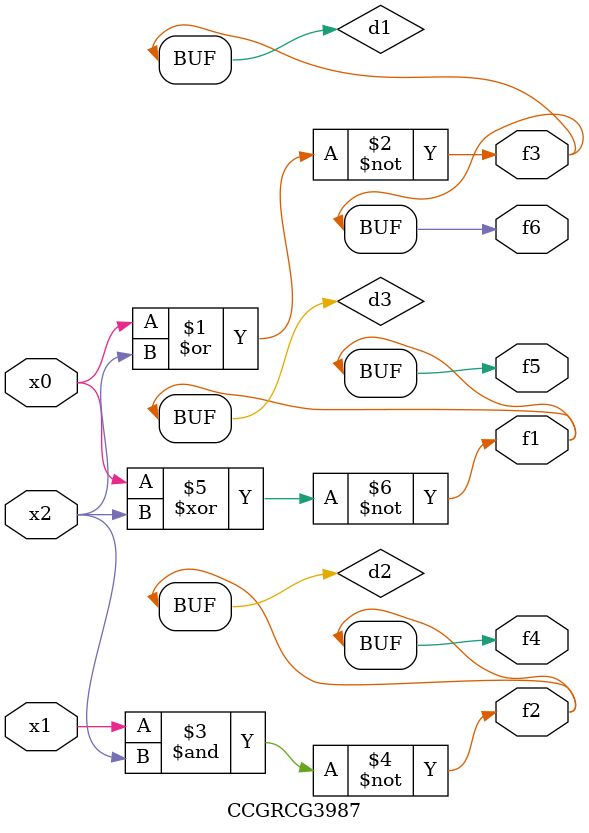
<source format=v>
module CCGRCG3987(
	input x0, x1, x2,
	output f1, f2, f3, f4, f5, f6
);

	wire d1, d2, d3;

	nor (d1, x0, x2);
	nand (d2, x1, x2);
	xnor (d3, x0, x2);
	assign f1 = d3;
	assign f2 = d2;
	assign f3 = d1;
	assign f4 = d2;
	assign f5 = d3;
	assign f6 = d1;
endmodule

</source>
